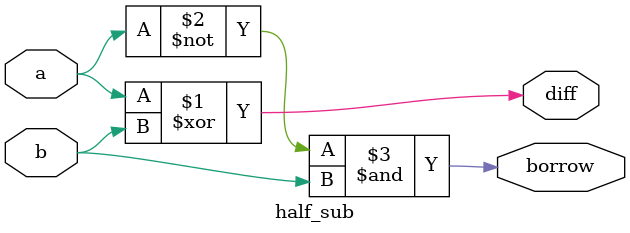
<source format=v>
module half_sub(a,b,diff, borrow);
  input  a,b;
  output diff, borrow;

  assign diff = a ^ b;
  assign borrow = ~a & b;
endmodule


</source>
